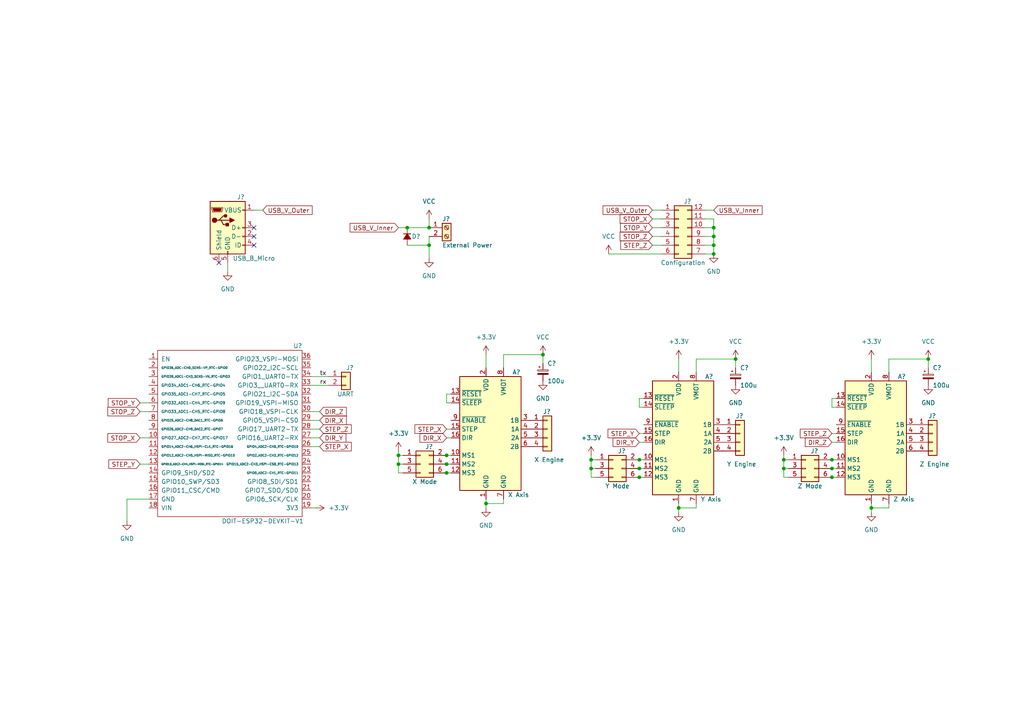
<source format=kicad_sch>
(kicad_sch (version 20211123) (generator eeschema)
  (paper "A4")
  (title_block (title "esp32_cnc_driver") (date "2022-08-18") (rev "0.1") (company "Grzegorz Kupczyk /Hagis") (comment 1 "HackerSpace"))
  (lib_symbols
    (symbol "Connector:Screw_Terminal_01x02" (pin_names (offset 1.016) hide)
      (property "Reference" "J" (at 0 2.54 0))
      (property "Value" "Screw_Terminal_01x02" (at 0 -5.08 0))
      (symbol "Screw_Terminal_01x02_1_1"
        (rectangle (start -1.27 1.27) (end 1.27 -3.81) (stroke (width 0.254)) (fill (type background)))
        (circle (center 0 -2.54) (radius 0.635) (stroke (width 0.1524)))
        (polyline (pts (xy -0.5334 -2.2098) (xy 0.3302 -3.048)) (stroke (width 0.1524)))
        (polyline (pts (xy -0.5334 0.3302) (xy 0.3302 -0.508)) (stroke (width 0.1524)))
        (polyline (pts (xy -0.3556 -2.032) (xy 0.508 -2.8702)) (stroke (width 0.1524)))
        (polyline (pts (xy -0.3556 0.508) (xy 0.508 -0.3302)) (stroke (width 0.1524)))
        (circle (center 0 0) (radius 0.635) (stroke (width 0.1524)))
        (pin passive line (at -5.08 0 0) (length 3.81) (name "Pin_1") (number "1"))
        (pin passive line (at -5.08 -2.54 0) (length 3.81) (name "Pin_2") (number "2"))
      )
    )
    (symbol "Connector:USB_B_Micro" (pin_names (offset 1.016))
      (property "Reference" "J" (at -5.08 11.43 0))
      (property "Value" "USB_B_Micro" (at -5.08 8.89 0))
      (symbol "USB_B_Micro_0_1"
        (rectangle (start -5.08 -7.62) (end 5.08 7.62) (stroke (width 0.254)) (fill (type background)))
        (circle (center -3.81 2.159) (radius 0.635) (stroke (width 0.254)) (fill (type outline)))
        (circle (center -0.635 3.429) (radius 0.381) (stroke (width 0.254)) (fill (type outline)))
        (rectangle (start -0.127 -7.62) (end 0.127 -6.858))
        (polyline (pts (xy -1.905 2.159) (xy 0.635 2.159)) (stroke (width 0.254)))
        (polyline (pts (xy -3.175 2.159) (xy -2.54 2.159) (xy -1.27 3.429) (xy -0.635 3.429)) (stroke (width 0.254)))
        (polyline (pts (xy -2.54 2.159) (xy -1.905 2.159) (xy -1.27 0.889) (xy 0 0.889)) (stroke (width 0.254)))
        (polyline (pts (xy 0.635 2.794) (xy 0.635 1.524) (xy 1.905 2.159) (xy 0.635 2.794)) (stroke (width 0.254)) (fill (type outline)))
        (polyline (pts (xy -4.318 5.588) (xy -1.778 5.588) (xy -2.032 4.826) (xy -4.064 4.826) (xy -4.318 5.588)) (fill (type outline)))
        (polyline (pts (xy -4.699 5.842) (xy -4.699 5.588) (xy -4.445 4.826) (xy -4.445 4.572) (xy -1.651 4.572) (xy -1.651 4.826) (xy -1.397 5.588) (xy -1.397 5.842) (xy -4.699 5.842)))
        (rectangle (start 0.254 1.27) (end -0.508 0.508) (stroke (width 0.254)) (fill (type outline)))
        (rectangle (start 5.08 -5.207) (end 4.318 -4.953))
        (rectangle (start 5.08 -2.667) (end 4.318 -2.413))
        (rectangle (start 5.08 -0.127) (end 4.318 0.127))
        (rectangle (start 5.08 4.953) (end 4.318 5.207))
      )
      (symbol "USB_B_Micro_1_1"
        (pin power_out line (at 7.62 5.08 180) (length 2.54) (name "VBUS") (number "1"))
        (pin bidirectional line (at 7.62 -2.54 180) (length 2.54) (name "D-") (number "2"))
        (pin bidirectional line (at 7.62 0 180) (length 2.54) (name "D+") (number "3"))
        (pin passive line (at 7.62 -5.08 180) (length 2.54) (name "ID") (number "4"))
        (pin power_out line (at 0 -10.16 90) (length 2.54) (name "GND") (number "5"))
        (pin passive line (at -2.54 -10.16 90) (length 2.54) (name "Shield") (number "6"))
      )
    )
    (symbol "Connector_Generic:Conn_01x02" (pin_names (offset 1.016) hide)
      (property "Reference" "J" (at 0 2.54 0))
      (property "Value" "Conn_01x02" (at 0 -5.08 0))
      (symbol "Conn_01x02_1_1"
        (rectangle (start -1.27 -2.413) (end 0 -2.667) (stroke (width 0.1524)))
        (rectangle (start -1.27 0.127) (end 0 -0.127) (stroke (width 0.1524)))
        (rectangle (start -1.27 1.27) (end 1.27 -3.81) (stroke (width 0.254)) (fill (type background)))
        (pin passive line (at -5.08 0 0) (length 3.81) (name "Pin_1") (number "1"))
        (pin passive line (at -5.08 -2.54 0) (length 3.81) (name "Pin_2") (number "2"))
      )
    )
    (symbol "Connector_Generic:Conn_01x04" (pin_names (offset 1.016) hide)
      (property "Reference" "J" (at 0 5.08 0))
      (property "Value" "Conn_01x04" (at 0 -7.62 0))
      (symbol "Conn_01x04_1_1"
        (rectangle (start -1.27 -4.953) (end 0 -5.207) (stroke (width 0.1524)))
        (rectangle (start -1.27 -2.413) (end 0 -2.667) (stroke (width 0.1524)))
        (rectangle (start -1.27 0.127) (end 0 -0.127) (stroke (width 0.1524)))
        (rectangle (start -1.27 2.667) (end 0 2.413) (stroke (width 0.1524)))
        (rectangle (start -1.27 3.81) (end 1.27 -6.35) (stroke (width 0.254)) (fill (type background)))
        (pin passive line (at -5.08 2.54 0) (length 3.81) (name "Pin_1") (number "1"))
        (pin passive line (at -5.08 0 0) (length 3.81) (name "Pin_2") (number "2"))
        (pin passive line (at -5.08 -2.54 0) (length 3.81) (name "Pin_3") (number "3"))
        (pin passive line (at -5.08 -5.08 0) (length 3.81) (name "Pin_4") (number "4"))
      )
    )
    (symbol "Connector_Generic:Conn_02x03_Odd_Even" (pin_names (offset 1.016) hide)
      (property "Reference" "J" (at 1.27 5.08 0))
      (property "Value" "Conn_02x03_Odd_Even" (at 1.27 -5.08 0))
      (symbol "Conn_02x03_Odd_Even_1_1"
        (rectangle (start -1.27 -2.413) (end 0 -2.667) (stroke (width 0.1524)))
        (rectangle (start -1.27 0.127) (end 0 -0.127) (stroke (width 0.1524)))
        (rectangle (start -1.27 2.667) (end 0 2.413) (stroke (width 0.1524)))
        (rectangle (start -1.27 3.81) (end 3.81 -3.81) (stroke (width 0.254)) (fill (type background)))
        (rectangle (start 3.81 -2.413) (end 2.54 -2.667) (stroke (width 0.1524)))
        (rectangle (start 3.81 0.127) (end 2.54 -0.127) (stroke (width 0.1524)))
        (rectangle (start 3.81 2.667) (end 2.54 2.413) (stroke (width 0.1524)))
        (pin passive line (at -5.08 2.54 0) (length 3.81) (name "Pin_1") (number "1"))
        (pin passive line (at 7.62 2.54 180) (length 3.81) (name "Pin_2") (number "2"))
        (pin passive line (at -5.08 0 0) (length 3.81) (name "Pin_3") (number "3"))
        (pin passive line (at 7.62 0 180) (length 3.81) (name "Pin_4") (number "4"))
        (pin passive line (at -5.08 -2.54 0) (length 3.81) (name "Pin_5") (number "5"))
        (pin passive line (at 7.62 -2.54 180) (length 3.81) (name "Pin_6") (number "6"))
      )
    )
    (symbol "Connector_Generic:Conn_02x06_Counter_Clockwise" (pin_names (offset 1.016) hide)
      (property "Reference" "J" (at 1.27 7.62 0))
      (property "Value" "Conn_02x06_Counter_Clockwise" (at 1.27 -10.16 0))
      (symbol "Conn_02x06_Counter_Clockwise_1_1"
        (rectangle (start -1.27 -7.493) (end 0 -7.747) (stroke (width 0.1524)))
        (rectangle (start -1.27 -4.953) (end 0 -5.207) (stroke (width 0.1524)))
        (rectangle (start -1.27 -2.413) (end 0 -2.667) (stroke (width 0.1524)))
        (rectangle (start -1.27 0.127) (end 0 -0.127) (stroke (width 0.1524)))
        (rectangle (start -1.27 2.667) (end 0 2.413) (stroke (width 0.1524)))
        (rectangle (start -1.27 5.207) (end 0 4.953) (stroke (width 0.1524)))
        (rectangle (start -1.27 6.35) (end 3.81 -8.89) (stroke (width 0.254)) (fill (type background)))
        (rectangle (start 3.81 -7.493) (end 2.54 -7.747) (stroke (width 0.1524)))
        (rectangle (start 3.81 -4.953) (end 2.54 -5.207) (stroke (width 0.1524)))
        (rectangle (start 3.81 -2.413) (end 2.54 -2.667) (stroke (width 0.1524)))
        (rectangle (start 3.81 0.127) (end 2.54 -0.127) (stroke (width 0.1524)))
        (rectangle (start 3.81 2.667) (end 2.54 2.413) (stroke (width 0.1524)))
        (rectangle (start 3.81 5.207) (end 2.54 4.953) (stroke (width 0.1524)))
        (pin passive line (at -5.08 5.08 0) (length 3.81) (name "Pin_1") (number "1"))
        (pin passive line (at 7.62 0 180) (length 3.81) (name "Pin_10") (number "10"))
        (pin passive line (at 7.62 2.54 180) (length 3.81) (name "Pin_11") (number "11"))
        (pin passive line (at 7.62 5.08 180) (length 3.81) (name "Pin_12") (number "12"))
        (pin passive line (at -5.08 2.54 0) (length 3.81) (name "Pin_2") (number "2"))
        (pin passive line (at -5.08 0 0) (length 3.81) (name "Pin_3") (number "3"))
        (pin passive line (at -5.08 -2.54 0) (length 3.81) (name "Pin_4") (number "4"))
        (pin passive line (at -5.08 -5.08 0) (length 3.81) (name "Pin_5") (number "5"))
        (pin passive line (at -5.08 -7.62 0) (length 3.81) (name "Pin_6") (number "6"))
        (pin passive line (at 7.62 -7.62 180) (length 3.81) (name "Pin_7") (number "7"))
        (pin passive line (at 7.62 -5.08 180) (length 3.81) (name "Pin_8") (number "8"))
        (pin passive line (at 7.62 -2.54 180) (length 3.81) (name "Pin_9") (number "9"))
      )
    )
    (symbol "Device:C_Polarized_Small" (pin_numbers hide) (pin_names (offset 0.254) hide)
      (property "Reference" "C" (at 0.254 1.778 0))
      (property "Value" "C_Polarized_Small" (at 0.254 -2.032 0))
      (symbol "C_Polarized_Small_0_1"
        (rectangle (start -1.524 -0.3048) (end 1.524 -0.6858) (fill (type outline)))
        (rectangle (start -1.524 0.6858) (end 1.524 0.3048))
        (polyline (pts (xy -1.27 1.524) (xy -0.762 1.524)))
        (polyline (pts (xy -1.016 1.27) (xy -1.016 1.778)))
      )
      (symbol "C_Polarized_Small_1_1"
        (pin passive line (at 0 2.54 270) (length 1.8542) (name "~") (number "1"))
        (pin passive line (at 0 -2.54 90) (length 1.8542) (name "~") (number "2"))
      )
    )
    (symbol "Device:D_Small_Filled" (pin_numbers hide) (pin_names (offset 0.254) hide)
      (property "Reference" "D" (at -1.27 2.032 0))
      (property "Value" "D_Small_Filled" (at -3.81 -2.032 0))
      (symbol "D_Small_Filled_0_1"
        (polyline (pts (xy -0.762 -1.016) (xy -0.762 1.016)) (stroke (width 0.254)))
        (polyline (pts (xy -0.762 0) (xy 0.762 0)))
        (polyline (pts (xy 0.762 -1.016) (xy -0.762 0) (xy 0.762 1.016) (xy 0.762 -1.016)) (stroke (width 0.254)) (fill (type outline)))
      )
      (symbol "D_Small_Filled_1_1"
        (pin passive line (at -2.54 0 0) (length 1.778) (name "K") (number "1"))
        (pin passive line (at 2.54 0 180) (length 1.778) (name "A") (number "2"))
      )
    )
    (symbol "Driver_Motor:Pololu_Breakout_A4988"
      (property "Reference" "A" (at -2.54 19.05 0))
      (property "Value" "Pololu_Breakout_A4988" (at -2.54 16.51 0))
      (symbol "Pololu_Breakout_A4988_0_1"
        (rectangle (start 10.16 -17.78) (end -7.62 15.24) (stroke (width 0.254)) (fill (type background)))
      )
      (symbol "Pololu_Breakout_A4988_1_1"
        (pin power_in line (at 0 -20.32 90) (length 2.54) (name "GND") (number "1"))
        (pin input line (at -10.16 -7.62 0) (length 2.54) (name "MS1") (number "10"))
        (pin input line (at -10.16 -10.16 0) (length 2.54) (name "MS2") (number "11"))
        (pin input line (at -10.16 -12.7 0) (length 2.54) (name "MS3") (number "12"))
        (pin input line (at -10.16 10.16 0) (length 2.54) (name "~{RESET}") (number "13"))
        (pin input line (at -10.16 7.62 0) (length 2.54) (name "~{SLEEP}") (number "14"))
        (pin input line (at -10.16 0 0) (length 2.54) (name "STEP") (number "15"))
        (pin input line (at -10.16 -2.54 0) (length 2.54) (name "DIR") (number "16"))
        (pin power_in line (at 0 17.78 270) (length 2.54) (name "VDD") (number "2"))
        (pin output line (at 12.7 2.54 180) (length 2.54) (name "1B") (number "3"))
        (pin output line (at 12.7 0 180) (length 2.54) (name "1A") (number "4"))
        (pin output line (at 12.7 -2.54 180) (length 2.54) (name "2A") (number "5"))
        (pin output line (at 12.7 -5.08 180) (length 2.54) (name "2B") (number "6"))
        (pin power_in line (at 5.08 -20.32 90) (length 2.54) (name "GND") (number "7"))
        (pin power_in line (at 5.08 17.78 270) (length 2.54) (name "VMOT") (number "8"))
        (pin input line (at -10.16 2.54 0) (length 2.54) (name "~{ENABLE}") (number "9"))
      )
    )
    (symbol "doit-esp32-devkit-v1:DOIT-ESP32-DEVKIT-V1" (pin_names (offset 1.016))
      (property "Reference" "U" (at -1.27 11.43 0))
      (property "Value" "DOIT-ESP32-DEVKIT-V1" (at 0 13.97 0))
      (symbol "DOIT-ESP32-DEVKIT-V1_0_1"
        (rectangle (start 20.32 10.16) (end -21.59 -38.1))
      )
      (symbol "DOIT-ESP32-DEVKIT-V1_1_1"
        (pin output line (at -24.13 7.62 0) (length 2.54) (name "EN") (number "1"))
        (pin bidirectional line (at -24.13 -15.24 0) (length 2.54) (name "GPIO27_ADC2-CH7_RTC-GPIO17") (number "10"))
        (pin bidirectional line (at -24.13 -17.78 0) (length 2.54) (name "GPIO14_ADC2-CH6_HSPI-CLK_RTC-GPIO16") (number "11"))
        (pin bidirectional line (at -24.13 -20.32 0) (length 2.54) (name "GPIO12_ADC2-CH5_HSPI-MISO_RTC-GPIO15") (number "12"))
        (pin bidirectional line (at -24.13 -22.86 0) (length 2.54) (name "GPIO13_ADC2-CH4_HSPI-MOSI_RTC-GPIO14") (number "13"))
        (pin unspecified line (at -24.13 -25.4 0) (length 2.54) (name "GPIO9_SHD/SD2") (number "14"))
        (pin unspecified line (at -24.13 -27.94 0) (length 2.54) (name "GPIO10_SWP/SD3") (number "15"))
        (pin unspecified line (at -24.13 -30.48 0) (length 2.54) (name "GPIO11_CSC/CMD") (number "16"))
        (pin bidirectional line (at -24.13 -33.02 0) (length 2.54) (name "GND") (number "17"))
        (pin bidirectional line (at -24.13 -35.56 0) (length 2.54) (name "VIN") (number "18"))
        (pin output line (at 22.86 -35.56 180) (length 2.54) (name "3V3") (number "19"))
        (pin bidirectional line (at -24.13 5.08 0) (length 2.54) (name "GPIO36_ADC-CH0_SENS-VP_RTC-GPIO0") (number "2"))
        (pin unspecified line (at 22.86 -33.02 180) (length 2.54) (name "GPIO6_SCK/CLK") (number "20"))
        (pin unspecified line (at 22.86 -30.48 180) (length 2.54) (name "GPIO7_SDO/SD0") (number "21"))
        (pin unspecified line (at 22.86 -27.94 180) (length 2.54) (name "GPIO8_SDI/SD1") (number "22"))
        (pin bidirectional line (at 22.86 -25.4 180) (length 2.54) (name "GPIO0_ADC2-CH1_RTC-GPIO11") (number "23"))
        (pin bidirectional line (at 22.86 -22.86 180) (length 2.54) (name "GPIO15_ADC2-CH3_HSPI-CS0_RTC-GPIO13") (number "24"))
        (pin bidirectional line (at 22.86 -20.32 180) (length 2.54) (name "GPIO2_ADC2-CH2_RTC-GPIO12") (number "25"))
        (pin bidirectional line (at 22.86 -17.78 180) (length 2.54) (name "GPIO4_ADC2-CH0_RTC-GPIO10") (number "26"))
        (pin bidirectional line (at 22.86 -15.24 180) (length 2.54) (name "GPIO16_UART2-RX") (number "27"))
        (pin bidirectional line (at 22.86 -12.7 180) (length 2.54) (name "GPIO17_UART2-TX") (number "28"))
        (pin bidirectional line (at 22.86 -10.16 180) (length 2.54) (name "GPIO5_VSPI-CS0") (number "29"))
        (pin bidirectional line (at -24.13 2.54 0) (length 2.54) (name "GPIO39_ADC1-CH3_SENS-VN_RTC-GPIO3") (number "3"))
        (pin bidirectional line (at 22.86 -7.62 180) (length 2.54) (name "GPIO18_VSPI-CLK") (number "30"))
        (pin bidirectional line (at 22.86 -5.08 180) (length 2.54) (name "GPIO19_VSPI-MISO") (number "31"))
        (pin bidirectional line (at 22.86 -2.54 180) (length 2.54) (name "GPIO21_I2C-SDA") (number "32"))
        (pin bidirectional line (at 22.86 0 180) (length 2.54) (name "GPIO3__UART0-RX") (number "33"))
        (pin bidirectional line (at 22.86 2.54 180) (length 2.54) (name "GPIO1_UART0-TX") (number "34"))
        (pin bidirectional line (at 22.86 5.08 180) (length 2.54) (name "GPIO22_I2C-SCL") (number "35"))
        (pin bidirectional line (at 22.86 7.62 180) (length 2.54) (name "GPIO23_VSPI-MOSI") (number "36"))
        (pin bidirectional line (at -24.13 0 0) (length 2.54) (name "GPIO34_ADC1-CH6_RTC-GPIO4") (number "4"))
        (pin bidirectional line (at -24.13 -2.54 0) (length 2.54) (name "GPIO35_ADC1-CH7_RTC-GPIO5") (number "5"))
        (pin bidirectional line (at -24.13 -5.08 0) (length 2.54) (name "GPIO32_ADC1-CH4_RTC-GPIO9") (number "6"))
        (pin bidirectional line (at -24.13 -7.62 0) (length 2.54) (name "GPIO33_ADC1-CH5_RTC-GPIO8") (number "7"))
        (pin bidirectional line (at -24.13 -10.16 0) (length 2.54) (name "GPIO25_ADC2-CH8_DAC1_RTC-GPIO6") (number "8"))
        (pin bidirectional line (at -24.13 -12.7 0) (length 2.54) (name "GPIO26_ADC2-CH9_DAC2_RTC-GPIO7") (number "9"))
      )
    )
    (symbol "power:+3.3V" (power) (pin_names (offset 0))
      (property "Value" "+3.3V" (at 0 3.556 0))
      (symbol "+3.3V_0_1"
        (polyline (pts (xy -0.762 1.27) (xy 0 2.54)))
        (polyline (pts (xy 0 0) (xy 0 2.54)))
        (polyline (pts (xy 0 2.54) (xy 0.762 1.27)))
      )
      (symbol "+3.3V_1_1"
        (pin power_in line (at 0 0 90) (length 0) hide (name "+3.3V") (number "1"))
      )
    )
    (symbol "power:GND" (power) (pin_names (offset 0))
      (property "Value" "GND" (at 0 -3.81 0))
      (symbol "GND_0_1"
        (polyline (pts (xy 0 0) (xy 0 -1.27) (xy 1.27 -1.27) (xy 0 -2.54) (xy -1.27 -1.27) (xy 0 -1.27)))
      )
      (symbol "GND_1_1"
        (pin power_in line (at 0 0 270) (length 0) hide (name "GND") (number "1"))
      )
    )
    (symbol "power:VCC" (power) (pin_names (offset 0))
      (property "Value" "VCC" (at 0 3.81 0))
      (symbol "VCC_0_1"
        (polyline (pts (xy -0.762 1.27) (xy 0 2.54)))
        (polyline (pts (xy 0 0) (xy 0 2.54)))
        (polyline (pts (xy 0 2.54) (xy 0.762 1.27)))
      )
      (symbol "VCC_1_1"
        (pin power_in line (at 0 0 90) (length 0) hide (name "VCC") (number "1"))
      )
    )
  )
  (junction (at 185.42 133.35))
  (junction (at 241.3 133.35))
  (junction (at 124.46 66.04))
  (junction (at 227.33 133.35))
  (junction (at 227.33 135.89))
  (junction (at 241.3 135.89))
  (junction (at 129.54 132.08))
  (junction (at 269.24 104.14))
  (junction (at 207.01 73.66))
  (junction (at 140.97 146.05))
  (junction (at 124.46 71.12))
  (junction (at 185.42 138.43))
  (junction (at 129.54 134.62))
  (junction (at 185.42 135.89))
  (junction (at 207.01 68.58))
  (junction (at 118.11 66.04))
  (junction (at 207.01 66.04))
  (junction (at 213.36 104.14))
  (junction (at 252.73 147.32))
  (junction (at 196.85 147.32))
  (junction (at 115.57 132.08))
  (junction (at 171.45 133.35))
  (junction (at 241.3 138.43))
  (junction (at 171.45 135.89))
  (junction (at 129.54 137.16))
  (junction (at 207.01 71.12))
  (junction (at 157.48 102.87))
  (junction (at 115.57 134.62))
  (no_connect (at 63.5 76.2))
  (no_connect (at 73.66 71.12))
  (no_connect (at 73.66 68.58))
  (no_connect (at 73.66 66.04))
  (wire (pts (xy 189.23 66.04) (xy 191.77 66.04)))
  (wire (pts (xy 124.46 71.12) (xy 124.46 74.93)))
  (wire (pts (xy 171.45 133.35) (xy 172.72 133.35)))
  (wire (pts (xy 241.3 133.35) (xy 242.57 133.35)))
  (wire (pts (xy 207.01 68.58) (xy 207.01 66.04)))
  (wire (pts (xy 130.81 116.84) (xy 129.54 116.84)))
  (wire (pts (xy 242.57 118.11) (xy 241.3 118.11)))
  (wire (pts (xy 227.33 133.35) (xy 228.6 133.35)))
  (wire (pts (xy 196.85 104.14) (xy 196.85 107.95)))
  (wire (pts (xy 129.54 137.16) (xy 130.81 137.16)))
  (wire (pts (xy 185.42 138.43) (xy 186.69 138.43)))
  (wire (pts (xy 257.81 146.05) (xy 257.81 147.32)))
  (wire (pts (xy 207.01 73.66) (xy 207.01 71.12)))
  (wire (pts (xy 207.01 66.04) (xy 207.01 63.5)))
  (wire (pts (xy 146.05 106.68) (xy 146.05 102.87)))
  (wire (pts (xy 40.64 119.38) (xy 43.18 119.38)))
  (wire (pts (xy 227.33 133.35) (xy 227.33 135.89)))
  (wire (pts (xy 129.54 114.3) (xy 130.81 114.3)))
  (wire (pts (xy 115.57 66.04) (xy 118.11 66.04)))
  (wire (pts (xy 201.93 146.05) (xy 201.93 147.32)))
  (wire (pts (xy 241.3 128.27) (xy 242.57 128.27)))
  (wire (pts (xy 196.85 146.05) (xy 196.85 147.32)))
  (wire (pts (xy 90.17 121.92) (xy 92.71 121.92)))
  (wire (pts (xy 146.05 144.78) (xy 146.05 146.05)))
  (wire (pts (xy 189.23 63.5) (xy 191.77 63.5)))
  (wire (pts (xy 124.46 68.58) (xy 124.46 71.12)))
  (wire (pts (xy 207.01 63.5) (xy 204.47 63.5)))
  (wire (pts (xy 185.42 128.27) (xy 186.69 128.27)))
  (wire (pts (xy 241.3 138.43) (xy 242.57 138.43)))
  (wire (pts (xy 241.3 135.89) (xy 242.57 135.89)))
  (wire (pts (xy 90.17 111.76) (xy 95.25 111.76)))
  (wire (pts (xy 176.53 73.66) (xy 191.77 73.66)))
  (wire (pts (xy 90.17 124.46) (xy 92.71 124.46)))
  (wire (pts (xy 207.01 71.12) (xy 207.01 68.58)))
  (wire (pts (xy 185.42 135.89) (xy 186.69 135.89)))
  (wire (pts (xy 185.42 125.73) (xy 186.69 125.73)))
  (wire (pts (xy 90.17 147.32) (xy 91.44 147.32)))
  (wire (pts (xy 201.93 107.95) (xy 201.93 104.14)))
  (wire (pts (xy 252.73 147.32) (xy 257.81 147.32)))
  (wire (pts (xy 36.83 151.13) (xy 36.83 144.78)))
  (wire (pts (xy 186.69 118.11) (xy 185.42 118.11)))
  (wire (pts (xy 257.81 104.14) (xy 269.24 104.14)))
  (wire (pts (xy 189.23 68.58) (xy 191.77 68.58)))
  (wire (pts (xy 127 132.08) (xy 129.54 132.08)))
  (wire (pts (xy 189.23 60.96) (xy 191.77 60.96)))
  (wire (pts (xy 185.42 118.11) (xy 185.42 115.57)))
  (wire (pts (xy 129.54 127) (xy 130.81 127)))
  (wire (pts (xy 204.47 71.12) (xy 207.01 71.12)))
  (wire (pts (xy 129.54 124.46) (xy 130.81 124.46)))
  (wire (pts (xy 227.33 135.89) (xy 228.6 135.89)))
  (wire (pts (xy 204.47 73.66) (xy 207.01 73.66)))
  (wire (pts (xy 127 137.16) (xy 129.54 137.16)))
  (wire (pts (xy 238.76 133.35) (xy 241.3 133.35)))
  (wire (pts (xy 241.3 118.11) (xy 241.3 115.57)))
  (wire (pts (xy 238.76 138.43) (xy 241.3 138.43)))
  (wire (pts (xy 118.11 66.04) (xy 124.46 66.04)))
  (wire (pts (xy 90.17 119.38) (xy 92.71 119.38)))
  (wire (pts (xy 140.97 102.87) (xy 140.97 106.68)))
  (wire (pts (xy 90.17 109.22) (xy 95.25 109.22)))
  (wire (pts (xy 227.33 138.43) (xy 228.6 138.43)))
  (wire (pts (xy 90.17 127) (xy 92.71 127)))
  (wire (pts (xy 115.57 134.62) (xy 115.57 137.16)))
  (wire (pts (xy 129.54 116.84) (xy 129.54 114.3)))
  (wire (pts (xy 66.04 76.2) (xy 66.04 78.74)))
  (wire (pts (xy 185.42 133.35) (xy 186.69 133.35)))
  (wire (pts (xy 171.45 138.43) (xy 172.72 138.43)))
  (wire (pts (xy 115.57 132.08) (xy 115.57 134.62)))
  (wire (pts (xy 73.66 60.96) (xy 76.2 60.96)))
  (wire (pts (xy 171.45 135.89) (xy 171.45 138.43)))
  (wire (pts (xy 171.45 133.35) (xy 171.45 135.89)))
  (wire (pts (xy 196.85 147.32) (xy 196.85 148.59)))
  (wire (pts (xy 129.54 132.08) (xy 130.81 132.08)))
  (wire (pts (xy 36.83 144.78) (xy 43.18 144.78)))
  (wire (pts (xy 140.97 144.78) (xy 140.97 146.05)))
  (wire (pts (xy 115.57 137.16) (xy 116.84 137.16)))
  (wire (pts (xy 204.47 66.04) (xy 207.01 66.04)))
  (wire (pts (xy 196.85 147.32) (xy 201.93 147.32)))
  (wire (pts (xy 40.64 134.62) (xy 43.18 134.62)))
  (wire (pts (xy 129.54 134.62) (xy 130.81 134.62)))
  (wire (pts (xy 238.76 135.89) (xy 241.3 135.89)))
  (wire (pts (xy 227.33 135.89) (xy 227.33 138.43)))
  (wire (pts (xy 252.73 104.14) (xy 252.73 107.95)))
  (wire (pts (xy 171.45 132.08) (xy 171.45 133.35)))
  (wire (pts (xy 90.17 129.54) (xy 92.71 129.54)))
  (wire (pts (xy 252.73 147.32) (xy 252.73 148.59)))
  (wire (pts (xy 204.47 60.96) (xy 207.01 60.96)))
  (wire (pts (xy 115.57 130.81) (xy 115.57 132.08)))
  (wire (pts (xy 241.3 115.57) (xy 242.57 115.57)))
  (wire (pts (xy 140.97 146.05) (xy 140.97 147.32)))
  (wire (pts (xy 185.42 115.57) (xy 186.69 115.57)))
  (wire (pts (xy 124.46 63.5) (xy 124.46 66.04)))
  (wire (pts (xy 157.48 102.87) (xy 157.48 105.41)))
  (wire (pts (xy 40.64 127) (xy 43.18 127)))
  (wire (pts (xy 241.3 125.73) (xy 242.57 125.73)))
  (wire (pts (xy 127 134.62) (xy 129.54 134.62)))
  (wire (pts (xy 118.11 71.12) (xy 124.46 71.12)))
  (wire (pts (xy 201.93 104.14) (xy 213.36 104.14)))
  (wire (pts (xy 40.64 116.84) (xy 43.18 116.84)))
  (wire (pts (xy 115.57 132.08) (xy 116.84 132.08)))
  (wire (pts (xy 252.73 146.05) (xy 252.73 147.32)))
  (wire (pts (xy 140.97 146.05) (xy 146.05 146.05)))
  (wire (pts (xy 227.33 132.08) (xy 227.33 133.35)))
  (wire (pts (xy 171.45 135.89) (xy 172.72 135.89)))
  (wire (pts (xy 146.05 102.87) (xy 157.48 102.87)))
  (wire (pts (xy 189.23 71.12) (xy 191.77 71.12)))
  (wire (pts (xy 182.88 133.35) (xy 185.42 133.35)))
  (wire (pts (xy 182.88 135.89) (xy 185.42 135.89)))
  (wire (pts (xy 213.36 104.14) (xy 213.36 106.68)))
  (wire (pts (xy 115.57 134.62) (xy 116.84 134.62)))
  (wire (pts (xy 269.24 104.14) (xy 269.24 106.68)))
  (wire (pts (xy 257.81 107.95) (xy 257.81 104.14)))
  (wire (pts (xy 182.88 138.43) (xy 185.42 138.43)))
  (wire (pts (xy 204.47 68.58) (xy 207.01 68.58)))
  (label "tx" (at 92.71 109.22 0))
  (label "rx" (at 92.71 111.76 0))
  (global_label "STEP_X" (shape input) (at 92.71 129.54 0) (property "Intersheet References" "${INTERSHEET_REFS}" (effects hide)))
  (global_label "STEP_X" (shape input) (at 129.54 124.46 180) (property "Intersheet References" "${INTERSHEET_REFS}" (effects hide)))
  (global_label "STOP_Y" (shape input) (at 40.64 116.84 180) (property "Intersheet References" "${INTERSHEET_REFS}" (effects hide)))
  (global_label "STOP_Y" (shape input) (at 189.23 66.04 180) (property "Intersheet References" "${INTERSHEET_REFS}" (effects hide)))
  (global_label "DIR_Z" (shape input) (at 92.71 119.38 0) (property "Intersheet References" "${INTERSHEET_REFS}" (effects hide)))
  (global_label "USB_V_Outer" (shape input) (at 189.23 60.96 180) (property "Intersheet References" "${INTERSHEET_REFS}" (effects hide)))
  (global_label "STOP_Z" (shape input) (at 189.23 68.58 180) (property "Intersheet References" "${INTERSHEET_REFS}" (effects hide)))
  (global_label "STOP_X" (shape input) (at 40.64 127 180) (property "Intersheet References" "${INTERSHEET_REFS}" (effects hide)))
  (global_label "USB_V_Inner" (shape input) (at 115.57 66.04 180) (property "Intersheet References" "${INTERSHEET_REFS}" (effects hide)))
  (global_label "DIR_Y" (shape input) (at 92.71 127 0) (property "Intersheet References" "${INTERSHEET_REFS}" (effects hide)))
  (global_label "STOP_X" (shape input) (at 189.23 63.5 180) (property "Intersheet References" "${INTERSHEET_REFS}" (effects hide)))
  (global_label "DIR_X" (shape input) (at 92.71 121.92 0) (property "Intersheet References" "${INTERSHEET_REFS}" (effects hide)))
  (global_label "DIR_Z" (shape input) (at 241.3 128.27 180) (property "Intersheet References" "${INTERSHEET_REFS}" (effects hide)))
  (global_label "STOP_Z" (shape input) (at 40.64 119.38 180) (property "Intersheet References" "${INTERSHEET_REFS}" (effects hide)))
  (global_label "DIR_Y" (shape input) (at 185.42 128.27 180) (property "Intersheet References" "${INTERSHEET_REFS}" (effects hide)))
  (global_label "STEP_Z" (shape input) (at 241.3 125.73 180) (property "Intersheet References" "${INTERSHEET_REFS}" (effects hide)))
  (global_label "STEP_Y" (shape input) (at 40.64 134.62 180) (property "Intersheet References" "${INTERSHEET_REFS}" (effects hide)))
  (global_label "USB_V_Inner" (shape input) (at 207.01 60.96 0) (property "Intersheet References" "${INTERSHEET_REFS}" (effects hide)))
  (global_label "STEP_Z" (shape input) (at 92.71 124.46 0) (property "Intersheet References" "${INTERSHEET_REFS}" (effects hide)))
  (global_label "STEP_Y" (shape input) (at 185.42 125.73 180) (property "Intersheet References" "${INTERSHEET_REFS}" (effects hide)))
  (global_label "STEP_Z" (shape input) (at 189.23 71.12 180) (property "Intersheet References" "${INTERSHEET_REFS}" (effects hide)))
  (global_label "USB_V_Outer" (shape input) (at 76.2 60.96 0) (property "Intersheet References" "${INTERSHEET_REFS}" (effects hide)))
  (global_label "DIR_X" (shape input) (at 129.54 127 180) (property "Intersheet References" "${INTERSHEET_REFS}" (effects hide)))
  (symbol (lib_id "Device:C_Polarized_Small") (at 157.48 107.95 0) (unit 1)
    (property "Reference" "C?" (at 158.75 105.41 0) (effects (justify left)))
    (property "Value" "100u" (at 158.75 110.49 0) (effects (justify left)))
    (property "Footprint" "Capacitor_THT:CP_Radial_D5.0mm_P2.50mm" (effects hide))
  )
  (symbol (lib_id "Connector_Generic:Conn_02x03_Odd_Even") (at 121.92 134.62 0) (unit 1)
    (property "Reference" "J?" (at 124.46 129.54 0))
    (property "Value" "X Mode" (at 123.19 139.7 0))
    (property "Footprint" "Connector_PinHeader_2.54mm:PinHeader_2x03_P2.54mm_Vertical" (effects hide))
  )
  (symbol (lib_id "power:GND") (at 213.36 111.76 0) (unit 1)
    (property "Reference" "#PWR?" (effects hide))
    (property "Value" "GND" (at 213.36 116.84 0))
  )
  (symbol (lib_id "Connector_Generic:Conn_02x03_Odd_Even") (at 233.68 135.89 0) (unit 1)
    (property "Reference" "J?" (at 236.22 130.81 0))
    (property "Value" "Z Mode" (at 234.95 140.97 0))
    (property "Footprint" "Connector_PinHeader_2.54mm:PinHeader_2x03_P2.54mm_Vertical" (effects hide))
  )
  (symbol (lib_id "power:GND") (at 157.48 110.49 0) (unit 1)
    (property "Reference" "#PWR?" (effects hide))
    (property "Value" "GND" (at 157.48 115.57 0))
  )
  (symbol (lib_id "Connector:Screw_Terminal_01x02") (at 129.54 66.04 0) (unit 1)
    (property "Reference" "J?" (at 128.27 63.5 0) (effects (justify left)))
    (property "Value" "External Power" (at 128.27 71.12 0) (effects (justify left)))
    (property "Footprint" "TerminalBlock:TerminalBlock_Altech_AK300-2_P5.00mm" (effects hide))
  )
  (symbol (lib_id "doit-esp32-devkit-v1:DOIT-ESP32-DEVKIT-V1") (at 67.31 111.76 0) (unit 1)
    (property "Reference" "U?" (at 86.36 100.33 0))
    (property "Value" "DOIT-ESP32-DEVKIT-V1" (at 76.2 151.13 0))
    (property "Footprint" "doit-esp32-devkit-kicad:ESP32-DOIT-DEVKIT" (effects hide))
  )
  (symbol (lib_id "Connector_Generic:Conn_02x06_Counter_Clockwise") (at 196.85 66.04 0) (unit 1)
    (property "Reference" "J?" (at 199.39 58.42 0))
    (property "Value" "Configuration" (at 198.12 76.2 0))
    (property "Footprint" "Connector_PinHeader_2.54mm:PinHeader_2x06_P2.54mm_Vertical" (effects hide))
  )
  (symbol (lib_id "power:+3.3V") (at 140.97 102.87 0) (unit 1)
    (property "Reference" "#PWR?" (effects hide))
    (property "Value" "+3.3V" (at 140.97 97.79 0))
  )
  (symbol (lib_id "Driver_Motor:Pololu_Breakout_A4988") (at 140.97 124.46 0) (unit 1)
    (property "Reference" "A?" (at 148.59 107.95 0) (effects (justify left)))
    (property "Value" "X Axis" (at 147.32 143.51 0) (effects (justify left)))
    (property "Footprint" "Module:Pololu_Breakout-16_15.2x20.3mm" (effects hide))
    (property "Datasheet" "https://www.pololu.com/product/2980/pictures" (effects hide))
  )
  (symbol (lib_id "power:GND") (at 252.73 148.59 0) (unit 1)
    (property "Reference" "#PWR?" (effects hide))
    (property "Value" "GND" (at 252.73 153.67 0))
  )
  (symbol (lib_id "Driver_Motor:Pololu_Breakout_A4988") (at 196.85 125.73 0) (unit 1)
    (property "Reference" "A?" (at 204.47 109.22 0) (effects (justify left)))
    (property "Value" "Y Axis" (at 203.2 144.78 0) (effects (justify left)))
    (property "Footprint" "Module:Pololu_Breakout-16_15.2x20.3mm" (effects hide))
    (property "Datasheet" "https://www.pololu.com/product/2980/pictures" (effects hide))
  )
  (symbol (lib_id "Device:C_Polarized_Small") (at 269.24 109.22 0) (unit 1)
    (property "Reference" "C?" (at 270.51 106.68 0) (effects (justify left)))
    (property "Value" "100u" (at 270.51 111.76 0) (effects (justify left)))
    (property "Footprint" "Capacitor_THT:CP_Radial_D5.0mm_P2.50mm" (effects hide))
  )
  (symbol (lib_id "power:GND") (at 66.04 78.74 0) (unit 1)
    (property "Reference" "#PWR?" (effects hide))
    (property "Value" "GND" (at 66.04 83.82 0))
  )
  (symbol (lib_id "power:+3.3V") (at 115.57 130.81 0) (unit 1)
    (property "Reference" "#PWR?" (effects hide))
    (property "Value" "+3.3V" (at 115.57 125.73 0))
  )
  (symbol (lib_id "power:GND") (at 140.97 147.32 0) (unit 1)
    (property "Reference" "#PWR?" (effects hide))
    (property "Value" "GND" (at 140.97 152.4 0))
  )
  (symbol (lib_id "power:GND") (at 124.46 74.93 0) (unit 1)
    (property "Reference" "#PWR?" (effects hide))
    (property "Value" "GND" (at 124.46 80.01 0))
  )
  (symbol (lib_id "Connector_Generic:Conn_02x03_Odd_Even") (at 177.8 135.89 0) (unit 1)
    (property "Reference" "J?" (at 180.34 130.81 0))
    (property "Value" "Y Mode" (at 179.07 140.97 0))
    (property "Footprint" "Connector_PinHeader_2.54mm:PinHeader_2x03_P2.54mm_Vertical" (effects hide))
  )
  (symbol (lib_id "power:+3.3V") (at 171.45 132.08 0) (unit 1)
    (property "Reference" "#PWR?" (effects hide))
    (property "Value" "+3.3V" (at 171.45 127 0))
  )
  (symbol (lib_id "power:+3.3V") (at 227.33 132.08 0) (unit 1)
    (property "Reference" "#PWR?" (effects hide))
    (property "Value" "+3.3V" (at 227.33 127 0))
  )
  (symbol (lib_id "power:GND") (at 207.01 73.66 0) (unit 1)
    (property "Reference" "#PWR?" (effects hide))
    (property "Value" "GND" (at 207.01 78.74 0))
  )
  (symbol (lib_id "power:GND") (at 36.83 151.13 0) (unit 1)
    (property "Reference" "#PWR?" (effects hide))
    (property "Value" "GND" (at 36.83 156.21 0))
  )
  (symbol (lib_id "Driver_Motor:Pololu_Breakout_A4988") (at 252.73 125.73 0) (unit 1)
    (property "Reference" "A?" (at 260.35 109.22 0) (effects (justify left)))
    (property "Value" "Z Axis" (at 259.08 144.78 0) (effects (justify left)))
    (property "Footprint" "Module:Pololu_Breakout-16_15.2x20.3mm" (effects hide))
    (property "Datasheet" "https://www.pololu.com/product/2980/pictures" (effects hide))
  )
  (symbol (lib_id "power:VCC") (at 176.53 73.66 0) (unit 1)
    (property "Reference" "#PWR?" (effects hide))
    (property "Value" "VCC" (at 176.53 68.58 0))
  )
  (symbol (lib_id "power:+3.3V") (at 252.73 104.14 0) (unit 1)
    (property "Reference" "#PWR?" (effects hide))
    (property "Value" "+3.3V" (at 252.73 99.06 0))
  )
  (symbol (lib_id "Device:C_Polarized_Small") (at 213.36 109.22 0) (unit 1)
    (property "Reference" "C?" (at 214.63 106.68 0) (effects (justify left)))
    (property "Value" "100u" (at 214.63 111.76 0) (effects (justify left)))
    (property "Footprint" "Capacitor_THT:CP_Radial_D5.0mm_P2.50mm" (effects hide))
  )
  (symbol (lib_id "Connector_Generic:Conn_01x02") (at 100.33 109.22 0) (unit 1)
    (property "Reference" "J?" (at 100.33 106.68 0) (effects (justify left)))
    (property "Value" "UART" (at 97.79 114.3 0) (effects (justify left)))
    (property "Footprint" "Connector_PinHeader_1.27mm:PinHeader_1x02_P1.27mm_Vertical" (effects hide))
  )
  (symbol (lib_id "Connector:USB_B_Micro") (at 66.04 66.04 0) (unit 1)
    (property "Reference" "J?" (at 69.85 57.15 0))
    (property "Value" "USB_B_Micro" (at 73.66 74.93 0))
    (property "Footprint" "Connector_USB:USB_Micro-AB_Molex_47590-0001" (effects hide))
  )
  (symbol (lib_id "power:+3.3V") (at 91.44 147.32 270) (unit 1)
    (property "Reference" "#PWR?" (effects hide))
    (property "Value" "+3.3V" (at 95.25 147.3199 90) (effects (justify left)))
  )
  (symbol (lib_id "power:VCC") (at 157.48 102.87 0) (unit 1)
    (property "Reference" "#PWR?" (effects hide))
    (property "Value" "VCC" (at 157.48 97.79 0))
  )
  (symbol (lib_id "power:VCC") (at 213.36 104.14 0) (unit 1)
    (property "Reference" "#PWR?" (effects hide))
    (property "Value" "VCC" (at 213.36 99.06 0))
  )
  (symbol (lib_id "Device:D_Small_Filled") (at 118.11 68.58 270) (unit 1)
    (property "Reference" "D?" (at 119.38 68.58 90) (effects (justify left)))
    (property "Value" "D_Small_Filled" (effects hide))
    (property "Footprint" "Diode_THT:D_DO-15_P10.16mm_Horizontal" (effects hide))
  )
  (symbol (lib_id "power:VCC") (at 269.24 104.14 0) (unit 1)
    (property "Reference" "#PWR?" (effects hide))
    (property "Value" "VCC" (at 269.24 99.06 0))
  )
  (symbol (lib_id "power:GND") (at 269.24 111.76 0) (unit 1)
    (property "Reference" "#PWR?" (effects hide))
    (property "Value" "GND" (at 269.24 116.84 0))
  )
  (symbol (lib_id "Connector_Generic:Conn_01x04") (at 270.51 125.73 0) (unit 1)
    (property "Reference" "J?" (at 269.24 120.65 0) (effects (justify left)))
    (property "Value" "Z Engine" (at 266.7 134.62 0) (effects (justify left)))
    (property "Footprint" "Connector_PinHeader_2.54mm:PinHeader_1x04_P2.54mm_Vertical" (effects hide))
  )
  (symbol (lib_id "power:VCC") (at 124.46 63.5 0) (unit 1)
    (property "Reference" "#PWR?" (effects hide))
    (property "Value" "VCC" (at 124.46 58.42 0))
  )
  (symbol (lib_id "power:+3.3V") (at 196.85 104.14 0) (unit 1)
    (property "Reference" "#PWR?" (effects hide))
    (property "Value" "+3.3V" (at 196.85 99.06 0))
  )
  (symbol (lib_id "Connector_Generic:Conn_01x04") (at 158.75 124.46 0) (unit 1)
    (property "Reference" "J?" (at 157.48 119.38 0) (effects (justify left)))
    (property "Value" "X Engine" (at 154.94 133.35 0) (effects (justify left)))
    (property "Footprint" "Connector_PinHeader_2.54mm:PinHeader_1x04_P2.54mm_Vertical" (effects hide))
  )
  (symbol (lib_id "Connector_Generic:Conn_01x04") (at 214.63 125.73 0) (unit 1)
    (property "Reference" "J?" (at 213.36 120.65 0) (effects (justify left)))
    (property "Value" "Y Engine" (at 210.82 134.62 0) (effects (justify left)))
    (property "Footprint" "Connector_PinHeader_2.54mm:PinHeader_1x04_P2.54mm_Vertical" (effects hide))
  )
  (symbol (lib_id "power:GND") (at 196.85 148.59 0) (unit 1)
    (property "Reference" "#PWR?" (effects hide))
    (property "Value" "GND" (at 196.85 153.67 0))
  )
)
</source>
